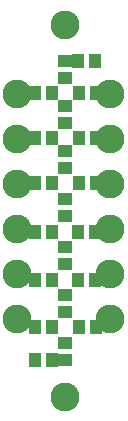
<source format=gts>
%FSLAX23Y23*%
%MOIN*%
G04 EasyPC Gerber Version 16.0.6 Build 3249 *
%ADD19R,0.04340X0.04931*%
%ADD109C,0.09600*%
%ADD18R,0.04931X0.04340*%
X0Y0D02*
D02*
D18*
X243Y205D03*
Y263D03*
Y365D03*
Y423D03*
Y525D03*
Y583D03*
Y685D03*
Y743D03*
Y845D03*
Y903D03*
Y995D03*
Y1053D03*
Y1145D03*
Y1202D03*
D02*
D19*
X141Y471D03*
Y631D03*
X142Y204D03*
Y314D03*
Y794D03*
Y944D03*
Y1094D03*
X198Y471D03*
Y631D03*
X199Y204D03*
Y314D03*
Y794D03*
Y944D03*
Y1094D03*
X286Y471D03*
Y631D03*
Y1201D03*
X287Y314D03*
Y794D03*
Y944D03*
Y1094D03*
X343Y471D03*
Y631D03*
Y1201D03*
X344Y314D03*
Y794D03*
Y944D03*
Y1094D03*
D02*
D109*
X83Y343D03*
Y493D03*
Y643D03*
Y793D03*
Y943D03*
Y1093D03*
X243Y83D03*
Y1323D03*
X393Y343D03*
Y493D03*
Y643D03*
Y793D03*
Y943D03*
Y1093D03*
X0Y0D02*
M02*

</source>
